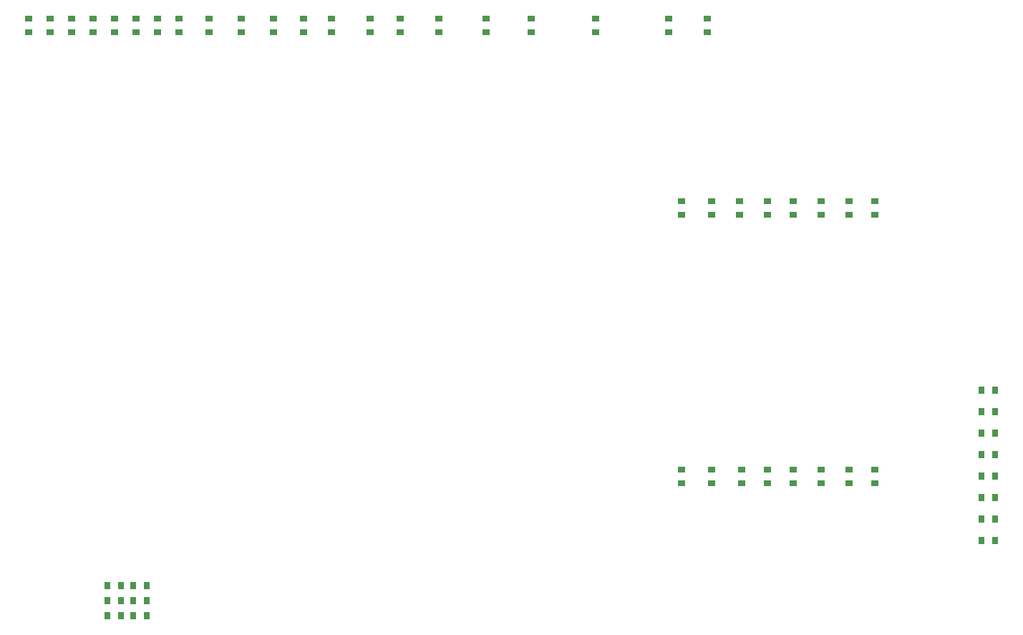
<source format=gbp>
G04*
G04 #@! TF.GenerationSoftware,Altium Limited,Altium Designer,22.3.1 (43)*
G04*
G04 Layer_Color=128*
%FSLAX25Y25*%
%MOIN*%
G70*
G04*
G04 #@! TF.SameCoordinates,435ADCC5-F5F0-4A2A-A0AE-C26054AEAF53*
G04*
G04*
G04 #@! TF.FilePolarity,Positive*
G04*
G01*
G75*
%ADD16R,0.03150X0.03740*%
%ADD17R,0.03740X0.03150*%
D16*
X133150Y74000D02*
D03*
Y60000D02*
D03*
X114850Y67000D02*
D03*
Y74000D02*
D03*
Y60000D02*
D03*
X133150Y67000D02*
D03*
X521850Y165000D02*
D03*
Y155000D02*
D03*
Y145000D02*
D03*
Y135000D02*
D03*
Y125000D02*
D03*
Y115000D02*
D03*
Y105000D02*
D03*
Y95000D02*
D03*
X126850Y74000D02*
D03*
Y60000D02*
D03*
X121150Y67000D02*
D03*
Y74000D02*
D03*
Y60000D02*
D03*
X126850Y67000D02*
D03*
X528150Y165000D02*
D03*
Y155000D02*
D03*
Y145000D02*
D03*
Y135000D02*
D03*
Y125000D02*
D03*
Y115000D02*
D03*
Y105000D02*
D03*
Y95000D02*
D03*
D17*
X148000Y338150D02*
D03*
Y331850D02*
D03*
X138000Y338150D02*
D03*
Y331850D02*
D03*
X128000Y338150D02*
D03*
Y331850D02*
D03*
X118000Y338150D02*
D03*
Y331850D02*
D03*
X108000Y338150D02*
D03*
Y331850D02*
D03*
X98000Y338150D02*
D03*
Y331850D02*
D03*
X88000Y338150D02*
D03*
Y331850D02*
D03*
X78000Y338150D02*
D03*
Y331850D02*
D03*
X382000Y246850D02*
D03*
Y253150D02*
D03*
X396000Y246850D02*
D03*
Y253150D02*
D03*
X409000Y246850D02*
D03*
Y253150D02*
D03*
X422000Y246850D02*
D03*
Y253150D02*
D03*
X434000Y246850D02*
D03*
Y253150D02*
D03*
X447000Y246850D02*
D03*
Y253150D02*
D03*
X460000Y246850D02*
D03*
Y253150D02*
D03*
X472000Y246850D02*
D03*
Y253150D02*
D03*
X237000Y338150D02*
D03*
Y331850D02*
D03*
X251000Y338150D02*
D03*
Y331850D02*
D03*
X342000Y338150D02*
D03*
Y331850D02*
D03*
X177000Y338150D02*
D03*
Y331850D02*
D03*
X192000Y338150D02*
D03*
Y331850D02*
D03*
X162000Y338150D02*
D03*
Y331850D02*
D03*
X206000Y338150D02*
D03*
Y331850D02*
D03*
X219000Y338150D02*
D03*
Y331850D02*
D03*
X394000Y338150D02*
D03*
Y331850D02*
D03*
X376000Y338150D02*
D03*
Y331850D02*
D03*
X382000Y128150D02*
D03*
Y121850D02*
D03*
X396000Y128150D02*
D03*
Y121850D02*
D03*
X410000Y128150D02*
D03*
Y121850D02*
D03*
X422000Y128150D02*
D03*
Y121850D02*
D03*
X434000Y128150D02*
D03*
Y121850D02*
D03*
X447000Y128150D02*
D03*
Y121850D02*
D03*
X460000Y128150D02*
D03*
Y121850D02*
D03*
X472000Y128150D02*
D03*
Y121850D02*
D03*
X312000Y338150D02*
D03*
Y331850D02*
D03*
X269000Y338150D02*
D03*
Y331850D02*
D03*
X291000Y338150D02*
D03*
Y331850D02*
D03*
M02*

</source>
